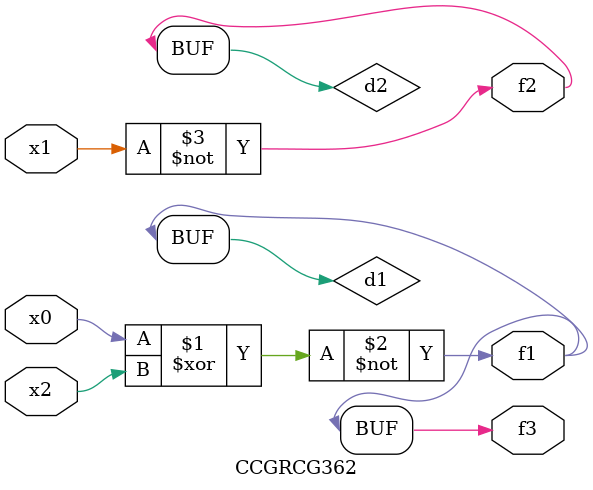
<source format=v>
module CCGRCG362(
	input x0, x1, x2,
	output f1, f2, f3
);

	wire d1, d2, d3;

	xnor (d1, x0, x2);
	nand (d2, x1);
	nor (d3, x1, x2);
	assign f1 = d1;
	assign f2 = d2;
	assign f3 = d1;
endmodule

</source>
